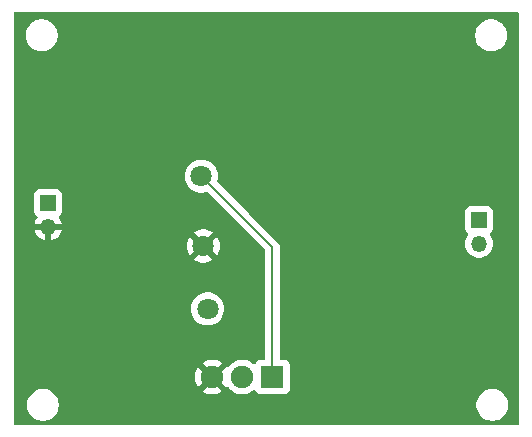
<source format=gbr>
%TF.GenerationSoftware,KiCad,Pcbnew,8.0.1*%
%TF.CreationDate,2024-11-21T22:19:22+00:00*%
%TF.ProjectId,Heating Element,48656174-696e-4672-9045-6c656d656e74,1*%
%TF.SameCoordinates,Original*%
%TF.FileFunction,Copper,L2,Bot*%
%TF.FilePolarity,Positive*%
%FSLAX46Y46*%
G04 Gerber Fmt 4.6, Leading zero omitted, Abs format (unit mm)*
G04 Created by KiCad (PCBNEW 8.0.1) date 2024-11-21 22:19:22*
%MOMM*%
%LPD*%
G01*
G04 APERTURE LIST*
%TA.AperFunction,ComponentPad*%
%ADD10O,1.350000X1.350000*%
%TD*%
%TA.AperFunction,ComponentPad*%
%ADD11R,1.350000X1.350000*%
%TD*%
%TA.AperFunction,ComponentPad*%
%ADD12C,1.800000*%
%TD*%
%TA.AperFunction,ComponentPad*%
%ADD13R,1.910000X1.910000*%
%TD*%
%TA.AperFunction,ComponentPad*%
%ADD14C,1.910000*%
%TD*%
%TA.AperFunction,ViaPad*%
%ADD15C,0.600000*%
%TD*%
%TA.AperFunction,Conductor*%
%ADD16C,0.200000*%
%TD*%
G04 APERTURE END LIST*
D10*
%TO.P,J2,2,Pin_2*%
%TO.N,/Vdrain*%
X136042400Y-98129600D03*
D11*
%TO.P,J2,1,Pin_1*%
%TO.N,+24V*%
X136042400Y-96129600D03*
%TD*%
%TO.P,J1,1,Pin_1*%
%TO.N,/PWM input*%
X99560000Y-94680000D03*
D10*
%TO.P,J1,2,Pin_2*%
%TO.N,GND*%
X99560000Y-96680000D03*
%TD*%
D12*
%TO.P,TP1,1,1*%
%TO.N,/VG*%
X112530000Y-92400000D03*
%TD*%
%TO.P,TP3,1,1*%
%TO.N,/+15V*%
X113050000Y-103620000D03*
%TD*%
%TO.P,TP2,1,1*%
%TO.N,GND*%
X112680000Y-98310000D03*
%TD*%
D13*
%TO.P,U1,1*%
%TO.N,/VG*%
X118540000Y-109400000D03*
D14*
%TO.P,U1,2*%
%TO.N,/Vdrain*%
X116000000Y-109400000D03*
%TO.P,U1,3*%
%TO.N,GND*%
X113460000Y-109400000D03*
%TD*%
D15*
%TO.N,GND*%
X102623700Y-95987200D03*
X105094600Y-108394600D03*
X103041800Y-87849200D03*
X120266500Y-93123700D03*
X124896300Y-107505500D03*
X120951300Y-85345000D03*
X129946400Y-98850700D03*
X126044800Y-87396700D03*
%TD*%
D16*
%TO.N,/VG*%
X118540000Y-98410000D02*
X118540000Y-109400000D01*
X112530000Y-92400000D02*
X118540000Y-98410000D01*
%TD*%
%TA.AperFunction,Conductor*%
%TO.N,GND*%
G36*
X139342539Y-78495185D02*
G01*
X139388294Y-78547989D01*
X139399500Y-78599500D01*
X139399500Y-113375500D01*
X139379815Y-113442539D01*
X139327011Y-113488294D01*
X139275500Y-113499500D01*
X96774500Y-113499500D01*
X96707461Y-113479815D01*
X96661706Y-113427011D01*
X96650500Y-113375500D01*
X96650500Y-111869486D01*
X97758700Y-111869486D01*
X97791953Y-112079439D01*
X97857644Y-112281614D01*
X97954151Y-112471020D01*
X98079090Y-112642986D01*
X98229413Y-112793309D01*
X98401379Y-112918248D01*
X98401381Y-112918249D01*
X98401384Y-112918251D01*
X98590788Y-113014757D01*
X98792957Y-113080446D01*
X99002913Y-113113700D01*
X99002914Y-113113700D01*
X99215486Y-113113700D01*
X99215487Y-113113700D01*
X99425443Y-113080446D01*
X99627612Y-113014757D01*
X99817016Y-112918251D01*
X99838989Y-112902286D01*
X99988986Y-112793309D01*
X99988988Y-112793306D01*
X99988992Y-112793304D01*
X100139304Y-112642992D01*
X100139306Y-112642988D01*
X100139309Y-112642986D01*
X100264248Y-112471020D01*
X100264247Y-112471020D01*
X100264251Y-112471016D01*
X100360757Y-112281612D01*
X100426446Y-112079443D01*
X100459700Y-111869487D01*
X100459700Y-111869486D01*
X135807900Y-111869486D01*
X135841153Y-112079439D01*
X135906844Y-112281614D01*
X136003351Y-112471020D01*
X136128290Y-112642986D01*
X136278613Y-112793309D01*
X136450579Y-112918248D01*
X136450581Y-112918249D01*
X136450584Y-112918251D01*
X136639988Y-113014757D01*
X136842157Y-113080446D01*
X137052113Y-113113700D01*
X137052114Y-113113700D01*
X137264686Y-113113700D01*
X137264687Y-113113700D01*
X137474643Y-113080446D01*
X137676812Y-113014757D01*
X137866216Y-112918251D01*
X137888189Y-112902286D01*
X138038186Y-112793309D01*
X138038188Y-112793306D01*
X138038192Y-112793304D01*
X138188504Y-112642992D01*
X138188506Y-112642988D01*
X138188509Y-112642986D01*
X138313448Y-112471020D01*
X138313447Y-112471020D01*
X138313451Y-112471016D01*
X138409957Y-112281612D01*
X138475646Y-112079443D01*
X138508900Y-111869487D01*
X138508900Y-111656913D01*
X138475646Y-111446957D01*
X138409957Y-111244788D01*
X138313451Y-111055384D01*
X138313449Y-111055381D01*
X138313448Y-111055379D01*
X138188509Y-110883413D01*
X138038186Y-110733090D01*
X137866220Y-110608151D01*
X137676814Y-110511644D01*
X137676813Y-110511643D01*
X137676812Y-110511643D01*
X137474643Y-110445954D01*
X137474641Y-110445953D01*
X137474640Y-110445953D01*
X137313357Y-110420408D01*
X137264687Y-110412700D01*
X137052113Y-110412700D01*
X137003442Y-110420408D01*
X136842160Y-110445953D01*
X136639985Y-110511644D01*
X136450579Y-110608151D01*
X136278613Y-110733090D01*
X136128290Y-110883413D01*
X136003351Y-111055379D01*
X135906844Y-111244785D01*
X135841153Y-111446960D01*
X135807900Y-111656913D01*
X135807900Y-111869486D01*
X100459700Y-111869486D01*
X100459700Y-111656913D01*
X100426446Y-111446957D01*
X100360757Y-111244788D01*
X100264251Y-111055384D01*
X100264249Y-111055381D01*
X100264248Y-111055379D01*
X100139309Y-110883413D01*
X99988986Y-110733090D01*
X99817020Y-110608151D01*
X99627614Y-110511644D01*
X99627613Y-110511643D01*
X99627612Y-110511643D01*
X99425443Y-110445954D01*
X99425441Y-110445953D01*
X99425440Y-110445953D01*
X99264157Y-110420408D01*
X99215487Y-110412700D01*
X99002913Y-110412700D01*
X98954242Y-110420408D01*
X98792960Y-110445953D01*
X98590785Y-110511644D01*
X98401379Y-110608151D01*
X98229413Y-110733090D01*
X98079090Y-110883413D01*
X97954151Y-111055379D01*
X97857644Y-111244785D01*
X97791953Y-111446960D01*
X97758700Y-111656913D01*
X97758700Y-111869486D01*
X96650500Y-111869486D01*
X96650500Y-103620006D01*
X111644700Y-103620006D01*
X111663864Y-103851297D01*
X111663866Y-103851308D01*
X111720842Y-104076300D01*
X111814075Y-104288848D01*
X111941016Y-104483147D01*
X111941019Y-104483151D01*
X111941021Y-104483153D01*
X112098216Y-104653913D01*
X112098219Y-104653915D01*
X112098222Y-104653918D01*
X112281365Y-104796464D01*
X112281371Y-104796468D01*
X112281374Y-104796470D01*
X112485497Y-104906936D01*
X112599487Y-104946068D01*
X112705015Y-104982297D01*
X112705017Y-104982297D01*
X112705019Y-104982298D01*
X112933951Y-105020500D01*
X112933952Y-105020500D01*
X113166048Y-105020500D01*
X113166049Y-105020500D01*
X113394981Y-104982298D01*
X113614503Y-104906936D01*
X113818626Y-104796470D01*
X114001784Y-104653913D01*
X114158979Y-104483153D01*
X114285924Y-104288849D01*
X114379157Y-104076300D01*
X114436134Y-103851305D01*
X114455300Y-103620000D01*
X114455300Y-103619993D01*
X114436135Y-103388702D01*
X114436133Y-103388691D01*
X114379157Y-103163699D01*
X114285924Y-102951151D01*
X114158983Y-102756852D01*
X114158980Y-102756849D01*
X114158979Y-102756847D01*
X114001784Y-102586087D01*
X114001779Y-102586083D01*
X114001777Y-102586081D01*
X113818634Y-102443535D01*
X113818628Y-102443531D01*
X113614504Y-102333064D01*
X113614495Y-102333061D01*
X113394984Y-102257702D01*
X113223282Y-102229050D01*
X113166049Y-102219500D01*
X112933951Y-102219500D01*
X112888164Y-102227140D01*
X112705015Y-102257702D01*
X112485504Y-102333061D01*
X112485495Y-102333064D01*
X112281371Y-102443531D01*
X112281365Y-102443535D01*
X112098222Y-102586081D01*
X112098219Y-102586084D01*
X111941016Y-102756852D01*
X111814075Y-102951151D01*
X111720842Y-103163699D01*
X111663866Y-103388691D01*
X111663864Y-103388702D01*
X111644700Y-103619993D01*
X111644700Y-103620006D01*
X96650500Y-103620006D01*
X96650500Y-98310005D01*
X111275202Y-98310005D01*
X111294361Y-98541218D01*
X111351317Y-98766135D01*
X111444515Y-98978606D01*
X111528812Y-99107633D01*
X112237861Y-98398584D01*
X112260667Y-98483694D01*
X112319910Y-98586306D01*
X112403694Y-98670090D01*
X112506306Y-98729333D01*
X112591414Y-98752138D01*
X111881201Y-99462351D01*
X111911649Y-99486050D01*
X112115697Y-99596476D01*
X112115706Y-99596479D01*
X112335139Y-99671811D01*
X112563993Y-99710000D01*
X112796007Y-99710000D01*
X113024860Y-99671811D01*
X113244293Y-99596479D01*
X113244301Y-99596476D01*
X113448355Y-99486047D01*
X113478797Y-99462351D01*
X113478798Y-99462350D01*
X112768585Y-98752137D01*
X112853694Y-98729333D01*
X112956306Y-98670090D01*
X113040090Y-98586306D01*
X113099333Y-98483694D01*
X113122138Y-98398585D01*
X113831186Y-99107633D01*
X113915482Y-98978611D01*
X114008682Y-98766135D01*
X114065638Y-98541218D01*
X114084798Y-98310005D01*
X114084798Y-98309994D01*
X114065638Y-98078781D01*
X114008682Y-97853864D01*
X113915484Y-97641393D01*
X113831186Y-97512365D01*
X113122137Y-98221414D01*
X113099333Y-98136306D01*
X113040090Y-98033694D01*
X112956306Y-97949910D01*
X112853694Y-97890667D01*
X112768584Y-97867861D01*
X113478797Y-97157647D01*
X113478797Y-97157645D01*
X113448360Y-97133955D01*
X113448354Y-97133951D01*
X113244302Y-97023523D01*
X113244293Y-97023520D01*
X113024860Y-96948188D01*
X112796007Y-96910000D01*
X112563993Y-96910000D01*
X112335139Y-96948188D01*
X112115706Y-97023520D01*
X112115697Y-97023523D01*
X111911650Y-97133949D01*
X111881200Y-97157647D01*
X112591415Y-97867861D01*
X112506306Y-97890667D01*
X112403694Y-97949910D01*
X112319910Y-98033694D01*
X112260667Y-98136306D01*
X112237861Y-98221415D01*
X111528811Y-97512365D01*
X111444516Y-97641390D01*
X111351317Y-97853864D01*
X111294361Y-98078781D01*
X111275202Y-98309994D01*
X111275202Y-98310005D01*
X96650500Y-98310005D01*
X96650500Y-95402870D01*
X98384500Y-95402870D01*
X98384501Y-95402876D01*
X98390908Y-95462483D01*
X98441202Y-95597328D01*
X98441206Y-95597335D01*
X98527452Y-95712544D01*
X98527455Y-95712547D01*
X98613504Y-95776964D01*
X98655375Y-95832898D01*
X98660359Y-95902589D01*
X98638148Y-95950956D01*
X98556714Y-96058792D01*
X98459651Y-96253719D01*
X98409494Y-96429999D01*
X98409495Y-96430000D01*
X99244314Y-96430000D01*
X99239920Y-96434394D01*
X99187259Y-96525606D01*
X99160000Y-96627339D01*
X99160000Y-96732661D01*
X99187259Y-96834394D01*
X99239920Y-96925606D01*
X99244314Y-96930000D01*
X98409495Y-96930000D01*
X98459651Y-97106280D01*
X98556715Y-97301208D01*
X98687945Y-97474985D01*
X98848868Y-97621685D01*
X99034012Y-97736322D01*
X99034023Y-97736327D01*
X99237060Y-97814984D01*
X99310000Y-97828619D01*
X99310000Y-96995686D01*
X99314394Y-97000080D01*
X99405606Y-97052741D01*
X99507339Y-97080000D01*
X99612661Y-97080000D01*
X99714394Y-97052741D01*
X99805606Y-97000080D01*
X99810000Y-96995686D01*
X99810000Y-97828619D01*
X99882939Y-97814984D01*
X100085976Y-97736327D01*
X100085987Y-97736322D01*
X100271130Y-97621685D01*
X100271131Y-97621685D01*
X100432054Y-97474985D01*
X100563284Y-97301208D01*
X100660348Y-97106280D01*
X100710505Y-96930000D01*
X99875686Y-96930000D01*
X99880080Y-96925606D01*
X99932741Y-96834394D01*
X99960000Y-96732661D01*
X99960000Y-96627339D01*
X99932741Y-96525606D01*
X99880080Y-96434394D01*
X99875686Y-96430000D01*
X100710505Y-96430000D01*
X100710505Y-96429999D01*
X100660348Y-96253719D01*
X100563284Y-96058791D01*
X100481852Y-95950957D01*
X100457160Y-95885595D01*
X100471725Y-95817261D01*
X100506493Y-95776965D01*
X100592546Y-95712546D01*
X100678796Y-95597331D01*
X100729091Y-95462483D01*
X100735500Y-95402873D01*
X100735499Y-93957128D01*
X100729091Y-93897517D01*
X100678796Y-93762669D01*
X100678795Y-93762668D01*
X100678793Y-93762664D01*
X100592547Y-93647455D01*
X100592544Y-93647452D01*
X100477335Y-93561206D01*
X100477328Y-93561202D01*
X100342482Y-93510908D01*
X100342483Y-93510908D01*
X100282883Y-93504501D01*
X100282881Y-93504500D01*
X100282873Y-93504500D01*
X100282864Y-93504500D01*
X98837129Y-93504500D01*
X98837123Y-93504501D01*
X98777516Y-93510908D01*
X98642671Y-93561202D01*
X98642664Y-93561206D01*
X98527455Y-93647452D01*
X98527452Y-93647455D01*
X98441206Y-93762664D01*
X98441202Y-93762671D01*
X98390908Y-93897517D01*
X98384501Y-93957116D01*
X98384501Y-93957123D01*
X98384500Y-93957135D01*
X98384500Y-95402870D01*
X96650500Y-95402870D01*
X96650500Y-92400006D01*
X111124700Y-92400006D01*
X111143864Y-92631297D01*
X111143866Y-92631308D01*
X111200842Y-92856300D01*
X111294075Y-93068848D01*
X111421016Y-93263147D01*
X111421019Y-93263151D01*
X111421021Y-93263153D01*
X111578216Y-93433913D01*
X111578219Y-93433915D01*
X111578222Y-93433918D01*
X111761365Y-93576464D01*
X111761371Y-93576468D01*
X111761374Y-93576470D01*
X111965497Y-93686936D01*
X112079487Y-93726068D01*
X112185015Y-93762297D01*
X112185017Y-93762297D01*
X112185019Y-93762298D01*
X112413951Y-93800500D01*
X112413952Y-93800500D01*
X112646048Y-93800500D01*
X112646049Y-93800500D01*
X112874981Y-93762298D01*
X112926897Y-93744474D01*
X112996693Y-93741324D01*
X113054840Y-93774075D01*
X117903181Y-98622416D01*
X117936666Y-98683739D01*
X117939500Y-98710097D01*
X117939500Y-107820500D01*
X117919815Y-107887539D01*
X117867011Y-107933294D01*
X117815500Y-107944500D01*
X117537130Y-107944500D01*
X117537123Y-107944501D01*
X117477516Y-107950908D01*
X117342671Y-108001202D01*
X117342664Y-108001206D01*
X117227455Y-108087452D01*
X117227452Y-108087455D01*
X117141206Y-108202664D01*
X117141202Y-108202672D01*
X117130528Y-108231289D01*
X117088655Y-108287222D01*
X117023190Y-108311637D01*
X116954918Y-108296784D01*
X116938185Y-108285806D01*
X116798819Y-108177333D01*
X116798808Y-108177326D01*
X116586677Y-108062527D01*
X116586674Y-108062525D01*
X116586671Y-108062524D01*
X116586668Y-108062523D01*
X116586666Y-108062522D01*
X116358531Y-107984203D01*
X116159006Y-107950908D01*
X116120606Y-107944500D01*
X115879394Y-107944500D01*
X115840994Y-107950908D01*
X115641468Y-107984203D01*
X115413333Y-108062522D01*
X115413322Y-108062527D01*
X115201191Y-108177326D01*
X115201180Y-108177333D01*
X115010844Y-108325478D01*
X115010841Y-108325481D01*
X114847472Y-108502947D01*
X114833510Y-108524318D01*
X114780363Y-108569674D01*
X114711131Y-108579097D01*
X114682895Y-108565944D01*
X114650924Y-108562628D01*
X114049560Y-109163991D01*
X114022729Y-109099215D01*
X113953236Y-108995211D01*
X113864789Y-108906764D01*
X113760785Y-108837271D01*
X113696007Y-108810438D01*
X114297989Y-108208455D01*
X114297989Y-108208454D01*
X114258538Y-108177749D01*
X114046471Y-108062983D01*
X114046462Y-108062980D01*
X113818408Y-107984688D01*
X113580565Y-107945000D01*
X113339435Y-107945000D01*
X113101591Y-107984688D01*
X112873537Y-108062980D01*
X112873529Y-108062983D01*
X112661455Y-108177753D01*
X112622009Y-108208453D01*
X112622008Y-108208455D01*
X113223992Y-108810438D01*
X113159215Y-108837271D01*
X113055211Y-108906764D01*
X112966764Y-108995211D01*
X112897271Y-109099215D01*
X112870438Y-109163992D01*
X112269074Y-108562628D01*
X112175979Y-108705123D01*
X112079118Y-108925942D01*
X112019924Y-109159697D01*
X112000013Y-109399993D01*
X112000013Y-109400006D01*
X112019924Y-109640302D01*
X112079118Y-109874057D01*
X112175979Y-110094876D01*
X112269074Y-110237369D01*
X112870438Y-109636006D01*
X112897271Y-109700785D01*
X112966764Y-109804789D01*
X113055211Y-109893236D01*
X113159215Y-109962729D01*
X113223991Y-109989560D01*
X112622009Y-110591543D01*
X112622009Y-110591545D01*
X112661454Y-110622246D01*
X112661460Y-110622250D01*
X112873528Y-110737016D01*
X112873537Y-110737019D01*
X113101591Y-110815311D01*
X113339435Y-110855000D01*
X113580565Y-110855000D01*
X113818408Y-110815311D01*
X114046462Y-110737019D01*
X114046471Y-110737016D01*
X114258538Y-110622250D01*
X114297989Y-110591544D01*
X114297989Y-110591543D01*
X113696008Y-109989560D01*
X113760785Y-109962729D01*
X113864789Y-109893236D01*
X113953236Y-109804789D01*
X114022729Y-109700785D01*
X114049560Y-109636007D01*
X114650924Y-110237370D01*
X114673527Y-110235026D01*
X114679031Y-110230329D01*
X114748261Y-110220901D01*
X114811599Y-110250398D01*
X114833508Y-110275680D01*
X114847470Y-110297050D01*
X115010838Y-110474516D01*
X115010841Y-110474518D01*
X115010844Y-110474521D01*
X115201180Y-110622666D01*
X115201187Y-110622670D01*
X115201189Y-110622672D01*
X115413329Y-110737476D01*
X115641471Y-110815797D01*
X115879394Y-110855500D01*
X115879395Y-110855500D01*
X116120605Y-110855500D01*
X116120606Y-110855500D01*
X116358529Y-110815797D01*
X116586671Y-110737476D01*
X116798811Y-110622672D01*
X116938185Y-110514192D01*
X117003178Y-110488550D01*
X117071718Y-110502116D01*
X117122043Y-110550584D01*
X117130528Y-110568711D01*
X117141201Y-110597325D01*
X117141206Y-110597335D01*
X117227452Y-110712544D01*
X117227455Y-110712547D01*
X117342664Y-110798793D01*
X117342671Y-110798797D01*
X117477517Y-110849091D01*
X117477516Y-110849091D01*
X117484444Y-110849835D01*
X117537127Y-110855500D01*
X119542872Y-110855499D01*
X119602483Y-110849091D01*
X119737331Y-110798796D01*
X119852546Y-110712546D01*
X119938796Y-110597331D01*
X119989091Y-110462483D01*
X119995500Y-110402873D01*
X119995499Y-108397128D01*
X119989091Y-108337517D01*
X119979438Y-108311637D01*
X119938797Y-108202671D01*
X119938793Y-108202664D01*
X119852547Y-108087455D01*
X119852544Y-108087452D01*
X119737335Y-108001206D01*
X119737328Y-108001202D01*
X119602482Y-107950908D01*
X119602483Y-107950908D01*
X119542883Y-107944501D01*
X119542881Y-107944500D01*
X119542873Y-107944500D01*
X119542865Y-107944500D01*
X119264500Y-107944500D01*
X119197461Y-107924815D01*
X119151706Y-107872011D01*
X119140500Y-107820500D01*
X119140500Y-98499060D01*
X119140501Y-98499047D01*
X119140501Y-98330944D01*
X119140501Y-98330943D01*
X119099577Y-98178216D01*
X119099573Y-98178209D01*
X119071509Y-98129600D01*
X134861864Y-98129600D01*
X134881964Y-98346518D01*
X134881964Y-98346520D01*
X134881965Y-98346523D01*
X134941583Y-98556059D01*
X134941584Y-98556062D01*
X134998364Y-98670090D01*
X135038688Y-98751072D01*
X135169973Y-98924922D01*
X135330968Y-99071688D01*
X135330975Y-99071692D01*
X135330976Y-99071693D01*
X135516186Y-99186370D01*
X135516192Y-99186373D01*
X135539064Y-99195233D01*
X135719331Y-99265070D01*
X135933474Y-99305100D01*
X135933476Y-99305100D01*
X136151324Y-99305100D01*
X136151326Y-99305100D01*
X136365469Y-99265070D01*
X136568610Y-99186372D01*
X136753832Y-99071688D01*
X136914827Y-98924922D01*
X137046112Y-98751072D01*
X137143217Y-98556059D01*
X137202835Y-98346523D01*
X137222936Y-98129600D01*
X137202835Y-97912677D01*
X137143217Y-97703141D01*
X137046112Y-97508128D01*
X136964651Y-97400256D01*
X136939960Y-97334897D01*
X136954525Y-97266562D01*
X136989295Y-97226265D01*
X137036945Y-97190593D01*
X137074946Y-97162146D01*
X137161196Y-97046931D01*
X137211491Y-96912083D01*
X137217900Y-96852473D01*
X137217899Y-95406728D01*
X137211491Y-95347117D01*
X137161196Y-95212269D01*
X137161195Y-95212268D01*
X137161193Y-95212264D01*
X137074947Y-95097055D01*
X137074944Y-95097052D01*
X136959735Y-95010806D01*
X136959728Y-95010802D01*
X136824882Y-94960508D01*
X136824883Y-94960508D01*
X136765283Y-94954101D01*
X136765281Y-94954100D01*
X136765273Y-94954100D01*
X136765264Y-94954100D01*
X135319529Y-94954100D01*
X135319523Y-94954101D01*
X135259916Y-94960508D01*
X135125071Y-95010802D01*
X135125064Y-95010806D01*
X135009855Y-95097052D01*
X135009852Y-95097055D01*
X134923606Y-95212264D01*
X134923602Y-95212271D01*
X134873308Y-95347117D01*
X134867314Y-95402872D01*
X134866901Y-95406723D01*
X134866900Y-95406735D01*
X134866900Y-96852470D01*
X134866901Y-96852476D01*
X134873308Y-96912083D01*
X134923602Y-97046928D01*
X134923606Y-97046935D01*
X134988746Y-97133949D01*
X135009854Y-97162146D01*
X135095505Y-97226264D01*
X135137375Y-97282197D01*
X135142359Y-97351889D01*
X135120148Y-97400256D01*
X135038688Y-97508128D01*
X134941584Y-97703137D01*
X134881964Y-97912681D01*
X134861864Y-98129599D01*
X134861864Y-98129600D01*
X119071509Y-98129600D01*
X119020524Y-98041290D01*
X119020518Y-98041282D01*
X116576564Y-95597328D01*
X113904203Y-92924968D01*
X113870719Y-92863646D01*
X113871680Y-92806847D01*
X113916131Y-92631317D01*
X113916133Y-92631308D01*
X113916134Y-92631305D01*
X113935300Y-92400000D01*
X113935300Y-92399993D01*
X113916135Y-92168702D01*
X113916133Y-92168691D01*
X113859157Y-91943699D01*
X113765924Y-91731151D01*
X113638983Y-91536852D01*
X113638980Y-91536849D01*
X113638979Y-91536847D01*
X113481784Y-91366087D01*
X113481779Y-91366083D01*
X113481777Y-91366081D01*
X113298634Y-91223535D01*
X113298628Y-91223531D01*
X113094504Y-91113064D01*
X113094495Y-91113061D01*
X112874984Y-91037702D01*
X112703282Y-91009050D01*
X112646049Y-90999500D01*
X112413951Y-90999500D01*
X112368164Y-91007140D01*
X112185015Y-91037702D01*
X111965504Y-91113061D01*
X111965495Y-91113064D01*
X111761371Y-91223531D01*
X111761365Y-91223535D01*
X111578222Y-91366081D01*
X111578219Y-91366084D01*
X111421016Y-91536852D01*
X111294075Y-91731151D01*
X111200842Y-91943699D01*
X111143866Y-92168691D01*
X111143864Y-92168702D01*
X111124700Y-92399993D01*
X111124700Y-92400006D01*
X96650500Y-92400006D01*
X96650500Y-80573486D01*
X97658700Y-80573486D01*
X97691953Y-80783439D01*
X97757644Y-80985614D01*
X97854151Y-81175020D01*
X97979090Y-81346986D01*
X98129413Y-81497309D01*
X98301379Y-81622248D01*
X98301381Y-81622249D01*
X98301384Y-81622251D01*
X98490788Y-81718757D01*
X98692957Y-81784446D01*
X98902913Y-81817700D01*
X98902914Y-81817700D01*
X99115486Y-81817700D01*
X99115487Y-81817700D01*
X99325443Y-81784446D01*
X99527612Y-81718757D01*
X99717016Y-81622251D01*
X99738989Y-81606286D01*
X99888986Y-81497309D01*
X99888988Y-81497306D01*
X99888992Y-81497304D01*
X100039304Y-81346992D01*
X100039306Y-81346988D01*
X100039309Y-81346986D01*
X100164248Y-81175020D01*
X100164247Y-81175020D01*
X100164251Y-81175016D01*
X100260757Y-80985612D01*
X100326446Y-80783443D01*
X100359700Y-80573487D01*
X100359700Y-80573486D01*
X135707900Y-80573486D01*
X135741153Y-80783439D01*
X135806844Y-80985614D01*
X135903351Y-81175020D01*
X136028290Y-81346986D01*
X136178613Y-81497309D01*
X136350579Y-81622248D01*
X136350581Y-81622249D01*
X136350584Y-81622251D01*
X136539988Y-81718757D01*
X136742157Y-81784446D01*
X136952113Y-81817700D01*
X136952114Y-81817700D01*
X137164686Y-81817700D01*
X137164687Y-81817700D01*
X137374643Y-81784446D01*
X137576812Y-81718757D01*
X137766216Y-81622251D01*
X137788189Y-81606286D01*
X137938186Y-81497309D01*
X137938188Y-81497306D01*
X137938192Y-81497304D01*
X138088504Y-81346992D01*
X138088506Y-81346988D01*
X138088509Y-81346986D01*
X138213448Y-81175020D01*
X138213447Y-81175020D01*
X138213451Y-81175016D01*
X138309957Y-80985612D01*
X138375646Y-80783443D01*
X138408900Y-80573487D01*
X138408900Y-80360913D01*
X138375646Y-80150957D01*
X138309957Y-79948788D01*
X138213451Y-79759384D01*
X138213449Y-79759381D01*
X138213448Y-79759379D01*
X138088509Y-79587413D01*
X137938186Y-79437090D01*
X137766220Y-79312151D01*
X137576814Y-79215644D01*
X137576813Y-79215643D01*
X137576812Y-79215643D01*
X137374643Y-79149954D01*
X137374641Y-79149953D01*
X137374640Y-79149953D01*
X137213357Y-79124408D01*
X137164687Y-79116700D01*
X136952113Y-79116700D01*
X136903442Y-79124408D01*
X136742160Y-79149953D01*
X136539985Y-79215644D01*
X136350579Y-79312151D01*
X136178613Y-79437090D01*
X136028290Y-79587413D01*
X135903351Y-79759379D01*
X135806844Y-79948785D01*
X135741153Y-80150960D01*
X135707900Y-80360913D01*
X135707900Y-80573486D01*
X100359700Y-80573486D01*
X100359700Y-80360913D01*
X100326446Y-80150957D01*
X100260757Y-79948788D01*
X100164251Y-79759384D01*
X100164249Y-79759381D01*
X100164248Y-79759379D01*
X100039309Y-79587413D01*
X99888986Y-79437090D01*
X99717020Y-79312151D01*
X99527614Y-79215644D01*
X99527613Y-79215643D01*
X99527612Y-79215643D01*
X99325443Y-79149954D01*
X99325441Y-79149953D01*
X99325440Y-79149953D01*
X99164157Y-79124408D01*
X99115487Y-79116700D01*
X98902913Y-79116700D01*
X98854242Y-79124408D01*
X98692960Y-79149953D01*
X98490785Y-79215644D01*
X98301379Y-79312151D01*
X98129413Y-79437090D01*
X97979090Y-79587413D01*
X97854151Y-79759379D01*
X97757644Y-79948785D01*
X97691953Y-80150960D01*
X97658700Y-80360913D01*
X97658700Y-80573486D01*
X96650500Y-80573486D01*
X96650500Y-78599500D01*
X96670185Y-78532461D01*
X96722989Y-78486706D01*
X96774500Y-78475500D01*
X139275500Y-78475500D01*
X139342539Y-78495185D01*
G37*
%TD.AperFunction*%
%TD*%
M02*

</source>
